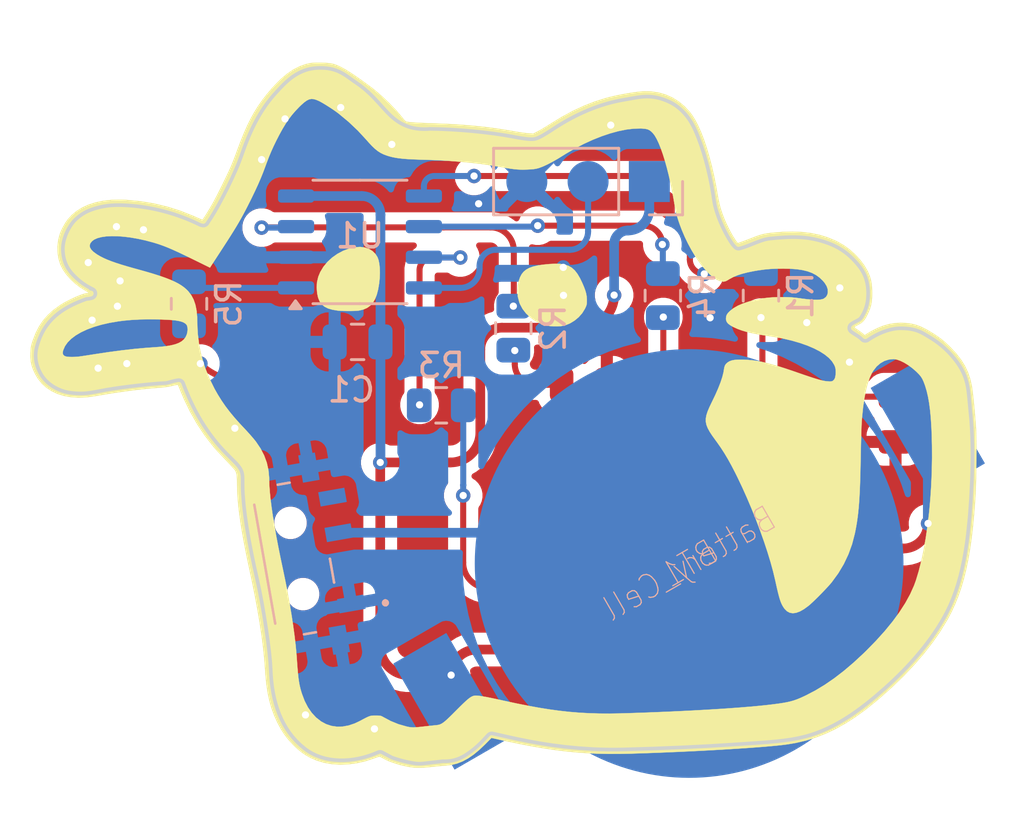
<source format=kicad_pcb>
(kicad_pcb (version 20241229) (generator "pcbnew") (generator_version "9.0")
  (layers (0 "F.Cu" signal) (2 "B.Cu" signal) (13 "F.Paste" user) (15 "B.Paste" user) (5 "F.SilkS" user "F.Silkscreen") (7 "B.SilkS" user "B.Silkscreen") (1 "F.Mask" user) (3 "B.Mask" user) (25 "Edge.Cuts" user))
  (net 0 "")
  (net 1 "Net-(BT1--)")
  (net 2 "+3.3V")
  (net 3 "GND")
  (net 4 "/PA1")
  (net 5 "/SWIO")
  (net 7 "Net-(D1-A)")
  (net 8 "Net-(D2-A)")
  (net 9 "Net-(D3-A)")
  (net 10 "Net-(D4-A)")
  (net 11 "Net-(D5-A)")
  (net 12 "/PC1")
  (net 13 "/PA2")
  (net 14 "/PC4")
  (net 15 "/PC2")
  (footprint "LED_SMD:LED_0805_2012Metric" (layer "F.Cu") (at 117.41 85.68 180)
    (property "Reference" "D3" (hide yes))
    (property "Value" "Yellow")
    (pad "1" smd roundrect (at -0.9375 0 180) (size 0.975 1.4) (layers "F.Cu" "F.Mask" "F.Paste") (net 3 "GND"))
    (pad "2" smd roundrect (at 0.9375 0 180) (size 0.975 1.4) (layers "F.Cu" "F.Mask" "F.Paste") (net 9 "Net-(D3-A)"))
  )
  (footprint "footprints:drawing" (layer "F.Cu") (at 114.06 86.94)
    (property "Reference" "Ref**" (hide yes))
    (property "Value" "Val**" (hide yes))
  )
  (footprint "LED_SMD:LED_0805_2012Metric" (layer "F.Cu") (at 104.18 85.49 180)
    (property "Reference" "D5" (hide yes))
    (property "Value" "Orange")
    (pad "1" smd roundrect (at -0.9375 0 180) (size 0.975 1.4) (layers "F.Cu" "F.Mask" "F.Paste") (net 3 "GND"))
    (pad "2" smd roundrect (at 0.9375 0 180) (size 0.975 1.4) (layers "F.Cu" "F.Mask" "F.Paste") (net 11 "Net-(D5-A)"))
  )
  (footprint "LED_SMD:LED_0805_2012Metric" (layer "F.Cu") (at 130.32 87.11 90)
    (property "Reference" "D2" (hide yes))
    (property "Value" "Green")
    (pad "1" smd roundrect (at -0.9375 0 90) (size 0.975 1.4) (layers "F.Cu" "F.Mask" "F.Paste") (net 3 "GND"))
    (pad "2" smd roundrect (at 0.9375 0 90) (size 0.975 1.4) (layers "F.Cu" "F.Mask" "F.Paste") (net 8 "Net-(D2-A)"))
  )
  (footprint "LED_SMD:LED_0805_2012Metric" (layer "F.Cu") (at 122.18 94.11 180)
    (property "Reference" "D4" (hide yes))
    (property "Value" "Red")
    (pad "1" smd roundrect (at -0.9375 0 180) (size 0.975 1.4) (layers "F.Cu" "F.Mask" "F.Paste") (net 3 "GND"))
    (pad "2" smd roundrect (at 0.9375 0 180) (size 0.975 1.4) (layers "F.Cu" "F.Mask" "F.Paste") (net 10 "Net-(D4-A)"))
  )
  (footprint "LED_SMD:LED_0805_2012Metric" (layer "F.Cu") (at 125.99 88.4575 90)
    (property "Reference" "D1" (hide yes))
    (property "Value" "Blue")
    (pad "1" smd roundrect (at -0.9375 0 90) (size 0.975 1.4) (layers "F.Cu" "F.Mask" "F.Paste") (net 3 "GND"))
    (pad "2" smd roundrect (at 0.9375 0 90) (size 0.975 1.4) (layers "F.Cu" "F.Mask" "F.Paste") (net 7 "Net-(D1-A)"))
  )
  (footprint "footprints:BAT-HLD-001" (layer "B.Cu") (at 121.76 93.09 -150)
    (property "Reference" "BT1" (at 0 0 30) (layer "B.SilkS") (effects (font (size 1 0.9) (thickness 0.05)) (justify mirror)))
    (property "Value" "Battery_Cell" (at 0 0 30) (layer "B.SilkS") (effects (font (size 1 0.9) (thickness 0.05)) (justify mirror)))
    (pad "1" smd circle (at 0 0 210) (size 17.78 17.78) (layers "B.Cu" "B.Mask" "B.Paste") (net 1 "Net-(BT1--)"))
    (pad "2" smd rect (at -11.430001 0.000001 210) (size 2.54 5.08) (layers "B.Cu" "B.Mask" "B.Paste") (net 2 "+3.3V"))
    (pad "2" smd rect (at 11.430001 -0.000001 210) (size 2.54 5.08) (layers "B.Cu" "B.Mask" "B.Paste") (net 2 "+3.3V"))
  )
  (footprint "Capacitor_SMD:C_0805_2012Metric" (layer "B.Cu") (at 108.01 83.9 180)
    (property "Reference" "C1" (at 0.261252 -1.99 0) (layer "B.SilkS") (effects (justify mirror)))
    (property "Value" "0.1uF")
    (pad "1" smd roundrect (at -0.95 0 180) (size 1 1.45) (layers "B.Cu" "B.Mask" "B.Paste") (net 2 "+3.3V"))
    (pad "2" smd roundrect (at 0.95 0 180) (size 1 1.45) (layers "B.Cu" "B.Mask" "B.Paste") (net 3 "GND"))
  )
  (footprint "Resistor_SMD:R_0805_2012Metric" (layer "B.Cu") (at 120.67 81.98 90)
    (property "Reference" "R4" (at 0 1.65 90) (layer "B.SilkS") (effects (justify mirror)))
    (property "Value" "330R")
    (pad "1" smd roundrect (at -0.9125 0 90) (size 1.025 1.4) (layers "B.Cu" "B.Mask" "B.Paste") (roundrect_rratio 0.243902) (net 7 "Net-(D1-A)"))
    (pad "2" smd roundrect (at 0.9125 0 90) (size 1.025 1.4) (layers "B.Cu" "B.Mask" "B.Paste") (roundrect_rratio 0.243902) (net 15 "/PC2"))
  )
  (footprint "Connector_PinHeader_2.54mm:PinHeader_1x03_P2.54mm_Vertical" (layer "B.Cu") (at 120.11 77.25 90)
    (property "Reference" "J1" (hide yes))
    (property "Value" "Conn_01x03_Socket")
    (pad "1" smd rect (at 0 0 90) (size 1.7 1.7) (layers "B.Cu" "B.Mask" "B.Paste") (net 2 "+3.3V"))
    (pad "2" smd circle (at 0 -2.54 90) (size 1.7 1.7) (layers "B.Cu" "B.Mask" "B.Paste") (net 5 "/SWIO"))
    (pad "3" smd circle (at 0 -5.08 90) (size 1.7 1.7) (layers "B.Cu" "B.Mask" "B.Paste") (net 3 "GND"))
  )
  (footprint "Resistor_SMD:R_0805_2012Metric" (layer "B.Cu") (at 124.74 81.98 90)
    (property "Reference" "R1" (at 0 1.65 90) (layer "B.SilkS") (effects (justify mirror)))
    (property "Value" "330R")
    (pad "1" smd roundrect (at -0.9125 0 90) (size 1.025 1.4) (layers "B.Cu" "B.Mask" "B.Paste") (roundrect_rratio 0.243902) (net 8 "Net-(D2-A)"))
    (pad "2" smd roundrect (at 0.9125 0 90) (size 1.025 1.4) (layers "B.Cu" "B.Mask" "B.Paste") (roundrect_rratio 0.243902) (net 12 "/PC1"))
  )
  (footprint "Resistor_SMD:R_0805_2012Metric" (layer "B.Cu") (at 114.47 83.33 90)
    (property "Reference" "R2" (at 0 1.65 90) (layer "B.SilkS") (effects (justify mirror)))
    (property "Value" "330R")
    (pad "1" smd roundrect (at -0.9125 0 90) (size 1.025 1.4) (layers "B.Cu" "B.Mask" "B.Paste") (roundrect_rratio 0.243902) (net 9 "Net-(D3-A)"))
    (pad "2" smd roundrect (at 0.9125 0 90) (size 1.025 1.4) (layers "B.Cu" "B.Mask" "B.Paste") (roundrect_rratio 0.243902) (net 13 "/PA2"))
  )
  (footprint "footprints:MSK12C02" (layer "B.Cu") (at 105.489527 92.882788 100)
    (property "Reference" "SW2" (hide yes))
    (property "Value" "On" (hide yes))
    (pad "" np_thru_hole circle (at -1.5 0.000001 100) (size 0.85 0.85) (drill 0.85) (layers "*.Cu" "*.Mask"))
    (pad "" np_thru_hole circle (at 1.5 -0.000001 100) (size 0.85 0.85) (drill 0.85) (layers "*.Cu" "*.Mask"))
    (pad "1" smd rect (at -2.25 1.9 100) (size 0.6 1.1) (layers "B.Cu" "B.Mask" "B.Paste") (net 3 "GND"))
    (pad "2" smd rect (at 0.75 1.899999 100) (size 0.6 1.1) (layers "B.Cu" "B.Mask" "B.Paste") (net 1 "Net-(BT1--)"))
    (pad "3" smd rect (at 2.25 1.900001 100) (size 0.6 1.1) (layers "B.Cu" "B.Mask" "B.Paste"))
    (pad "4" smd rect (at -3.625001 -1.15 10) (size 0.7 1.15) (layers "B.Cu" "B.Mask" "B.Paste") (net 3 "GND"))
    (pad "4" smd rect (at -3.625 1.149999 10) (size 0.7 1.15) (layers "B.Cu" "B.Mask" "B.Paste") (net 3 "GND"))
    (pad "4" smd rect (at 3.625 -1.149999 10) (size 0.7 1.15) (layers "B.Cu" "B.Mask" "B.Paste") (net 3 "GND"))
    (pad "4" smd rect (at 3.625001 1.15 10) (size 0.7 1.15) (layers "B.Cu" "B.Mask" "B.Paste") (net 3 "GND"))
  )
  (footprint "Resistor_SMD:R_0805_2012Metric" (layer "B.Cu") (at 111.48 86.53 180)
    (property "Reference" "R3" (at 0 1.65 0) (layer "B.SilkS") (effects (justify mirror)))
    (property "Value" "330R")
    (pad "1" smd roundrect (at -0.9125 0 180) (size 1.025 1.4) (layers "B.Cu" "B.Mask" "B.Paste") (roundrect_rratio 0.243902) (net 10 "Net-(D4-A)"))
    (pad "2" smd roundrect (at 0.9125 0 180) (size 1.025 1.4) (layers "B.Cu" "B.Mask" "B.Paste") (roundrect_rratio 0.243902) (net 14 "/PC4"))
  )
  (footprint "Package_SO:JEITA_SOIC-8_3.9x4.9mm_P1.27mm" (layer "B.Cu") (at 108.11 79.755)
    (property "Reference" "U1" (at 0 -0.255 0) (layer "B.SilkS") (effects (justify mirror)))
    (property "Value" "CH32V003JxMx")
    (pad "1" smd roundrect (at -2.65 1.905) (size 1.5 0.55) (layers "B.Cu" "B.Mask" "B.Paste") (net 4 "/PA1"))
    (pad "2" smd roundrect (at -2.65 0.635) (size 1.5 0.55) (layers "B.Cu" "B.Mask" "B.Paste") (net 3 "GND"))
    (pad "3" smd roundrect (at -2.65 -0.635) (size 1.5 0.55) (layers "B.Cu" "B.Mask" "B.Paste") (net 13 "/PA2"))
    (pad "4" smd roundrect (at -2.65 -1.905) (size 1.5 0.55) (layers "B.Cu" "B.Mask" "B.Paste") (net 2 "+3.3V"))
    (pad "5" smd roundrect (at 2.65 -1.905) (size 1.5 0.55) (layers "B.Cu" "B.Mask" "B.Paste") (net 12 "/PC1"))
    (pad "6" smd roundrect (at 2.65 -0.635) (size 1.5 0.55) (layers "B.Cu" "B.Mask" "B.Paste") (net 15 "/PC2"))
    (pad "7" smd roundrect (at 2.65 0.635) (size 1.5 0.55) (layers "B.Cu" "B.Mask" "B.Paste") (net 14 "/PC4"))
    (pad "8" smd roundrect (at 2.65 1.905) (size 1.5 0.55) (layers "B.Cu" "B.Mask" "B.Paste") (net 5 "/SWIO"))
  )
  (footprint "Resistor_SMD:R_0805_2012Metric" (layer "B.Cu") (at 101.02 82.32 90)
    (property "Reference" "R5" (at 0 1.65 90) (layer "B.SilkS") (effects (justify mirror)))
    (property "Value" "330R")
    (pad "1" smd roundrect (at -0.9125 0 90) (size 1.025 1.4) (layers "B.Cu" "B.Mask" "B.Paste") (roundrect_rratio 0.243902) (net 11 "Net-(D5-A)"))
    (pad "2" smd roundrect (at 0.9125 0 90) (size 1.025 1.4) (layers "B.Cu" "B.Mask" "B.Paste") (roundrect_rratio 0.243902) (net 4 "/PA1"))
  )
  (gr_poly (pts (xy 106.518737 72.537411) (xy 106.556882 72.53841) (xy 106.556834 72.53841) (xy 106.558259 72.538425) (xy 106.559684 72.53843) (xy 106.561109 72.538425) (xy 106.562534 72.53841) (xy 106.564634 72.53841) (xy 106.6286 72.541645) (xy 106.690319 72.546581) (xy 106.749884 72.553151) (xy 106.80739 72.561291) (xy 106.862933 72.570934) (xy 106.916606 72.582016) (xy 106.968507 72.594472) (xy 107.018728 72.608236) (xy 107.067365 72.623242) (xy 107.114513 72.639426) (xy 107.160266 72.656721) (xy 107.204721 72.675064) (xy 107.290111 72.714628) (xy 107.371443 72.757594) (xy 107.449475 72.803441) (xy 107.524968 72.851645) (xy 107.598679 72.901684) (xy 107.671369 72.953035) (xy 107.816721 73.057583) (xy 107.890902 73.109735) (xy 107.967098 73.161108) (xy 107.969198 73.163178) (xy 108.084182 73.244077) (xy 108.192609 73.32598) (xy 108.29502 73.408685) (xy 108.391959 73.491986) (xy 108.483969 73.575679) (xy 108.571595 73.659561) (xy 108.655379 73.743428) (xy 108.735865 73.827075) (xy 108.889115 73.992895) (xy 109.035693 74.15539) (xy 109.179946 74.312926) (xy 109.252559 74.389325) (xy 109.326221 74.463873) (xy 109.401911 74.536191) (xy 109.480269 74.605591) (xy 109.561633 74.671703) (xy 109.646343 74.734158) (xy 109.734737 74.792587) (xy 109.827153 74.846619) (xy 109.92393 74.895885) (xy 110.025408 74.940015) (xy 110.131923 74.978641) (xy 110.243815 75.011392) (xy 110.361423 75.037899) (xy 110.485085 75.057792) (xy 110.61514 75.070702) (xy 110.751927 75.076259) (xy 110.895783 75.074094) (xy 111.047048 75.063837) (xy 111.027408 75.065387) (xy 111.441685 75.07415) (xy 111.878553 75.093553) (xy 112.328853 75.122819) (xy 112.783428 75.161171) (xy 113.233118 75.207834) (xy 113.668767 75.262029) (xy 114.081216 75.322982) (xy 114.461307 75.389915) (xy 114.568008 75.410072) (xy 114.665747 75.427656) (xy 114.754999 75.442807) (xy 114.83624 75.455663) (xy 114.909946 75.466362) (xy 114.976592 75.475044) (xy 115.036655 75.481846) (xy 115.09061 75.486908) (xy 115.138932 75.490368) (xy 115.182098 75.492365) (xy 115.220583 75.493038) (xy 115.254862 75.492524) (xy 115.285413 75.490963) (xy 115.312709 75.488493) (xy 115.337228 75.485253) (xy 115.359445 75.481382) (xy 115.404055 75.470644) (xy 115.457178 75.453016) (xy 115.521933 75.42605) (xy 115.601442 75.387294) (xy 115.698825 75.3343) (xy 115.817202 75.264617) (xy 115.959694 75.175796) (xy 116.129423 75.065387) (xy 116.298755 74.955944) (xy 116.470774 74.850039) (xy 116.645345 74.747875) (xy 116.822335 74.649655) (xy 117.00161 74.555582) (xy 117.183038 74.46586) (xy 117.366485 74.38069) (xy 117.551817 74.300277) (xy 117.738901 74.224822) (xy 117.927604 74.154529) (xy 118.117793 74.089602) (xy 118.309333 74.030242) (xy 118.502092 73.976653) (xy 118.695937 73.929038) (xy 118.890734 73.8876) (xy 119.086349 73.852541) (xy 119.527244 73.774149) (xy 119.635169 73.757061) (xy 119.743387 73.742833) (xy 119.852506 73.732395) (xy 119.96313 73.726673) (xy 120.075867 73.726597) (xy 120.191324 73.733094) (xy 120.310105 73.747092) (xy 120.432819 73.76952) (xy 120.560071 73.801307) (xy 120.692468 73.843379) (xy 120.830616 73.896666) (xy 120.975122 73.962095) (xy 121.044405 73.997916) (xy 121.111841 74.037002) (xy 121.177332 74.079014) (xy 121.240785 74.123613) (xy 121.302105 74.17046) (xy 121.361196 74.219217) (xy 121.417964 74.269543) (xy 121.472314 74.321102) (xy 121.524151 74.373553) (xy 121.573379 74.426558) (xy 121.619904 74.479778) (xy 121.663631 74.532874) (xy 121.704466 74.585507) (xy 121.742312 74.637339) (xy 121.777075 74.68803) (xy 121.80866 74.737241) (xy 121.839008 74.787172) (xy 121.867577 74.836069) (xy 121.919916 74.931189) (xy 121.96676 75.023459) (xy 122.009192 75.113737) (xy 122.048294 75.20288) (xy 122.085148 75.291747) (xy 122.156444 75.47208) (xy 122.262403 75.760868) (xy 122.362134 76.067533) (xy 122.455059 76.388086) (xy 122.540594 76.718538) (xy 122.61816 77.054896) (xy 122.687175 77.393173) (xy 122.747059 77.729377) (xy 122.797231 78.059519) (xy 122.812775 78.153273) (xy 122.834115 78.253107) (xy 122.860886 78.358182) (xy 122.892723 78.467661) (xy 122.929262 78.580704) (xy 122.970138 78.696473) (xy 123.014987 78.81413) (xy 123.063444 78.932836) (xy 123.115144 79.051752) (xy 123.169723 79.17004) (xy 123.226817 79.286861) (xy 123.28606 79.401377) (xy 123.347088 79.512749) (xy 123.409536 79.620139) (xy 123.473041 79.722708) (xy 123.537237 79.819618) (xy 123.548277 79.835457) (xy 123.558417 79.849539) (xy 123.567752 79.862046) (xy 123.576375 79.87316) (xy 123.584382 79.88306) (xy 123.591865 79.891929) (xy 123.59892 79.899949) (xy 123.60564 79.907299) (xy 123.618455 79.92072) (xy 123.631063 79.933643) (xy 123.637526 79.94037) (xy 123.64422 79.947518) (xy 123.651239 79.955266) (xy 123.658677 79.963796) (xy 123.668166 79.974132) (xy 123.678271 79.983681) (xy 123.688944 79.992429) (xy 123.700139 80.00036) (xy 123.711806 80.007459) (xy 123.723897 80.013711) (xy 123.736366 80.019101) (xy 123.749162 80.023614) (xy 123.762239 80.027234) (xy 123.775549 80.029947) (xy 123.789043 80.031737) (xy 123.802674 80.03259) (xy 123.816393 80.03249) (xy 123.830152 80.031423) (xy 123.843903 80.029372) (xy 123.857599 80.026323) (xy 123.942815 80.00179) (xy 124.027253 79.974758) (xy 124.110886 79.945729) (xy 124.193689 79.915203) (xy 124.516094 79.788153) (xy 124.671656 79.728669) (xy 124.747937 79.701691) (xy 124.823186 79.677222) (xy 124.897375 79.655764) (xy 124.97048 79.637818) (xy 125.042476 79.623884) (xy 125.113336 79.614462) (xy 125.420138 79.585804) (xy 125.7206 79.564417) (xy 125.869339 79.557703) (xy 126.017555 79.554312) (xy 126.165603 79.554744) (xy 126.313835 79.559501) (xy 126.462607 79.569084) (xy 126.612272 79.583994) (xy 126.763184 79.604734) (xy 126.915698 79.631804) (xy 127.070167 79.665706) (xy 127.226945 79.706941) (xy 127.386387 79.756011) (xy 127.548847 79.813416) (xy 127.626663 79.843855) (xy 127.702471 79.875855) (xy 127.77634 79.909448) (xy 127.848341 79.944664) (xy 127.918543 79.981532) (xy 127.987018 80.020084) (xy 128.053835 80.060349) (xy 128.119064 80.102359) (xy 128.182777 80.146142) (xy 128.245043 80.19173) (xy 128.305932 80.239153) (xy 128.365515 80.288441) (xy 128.423863 80.339624) (xy 128.481045 80.392734) (xy 128.537131 80.447799) (xy 128.592193 80.50485) (xy 128.704054 80.627335) (xy 128.758592 80.691052) (xy 128.811655 80.757024) (xy 128.862831 80.825705) (xy 128.91171 80.897549) (xy 128.957883 80.973009) (xy 129.000937 81.052539) (xy 129.040464 81.136594) (xy 129.076052 81.225627) (xy 129.107291 81.320092) (xy 129.133771 81.420442) (xy 129.155081 81.527132) (xy 129.170811 81.640616) (xy 129.180549 81.761347) (xy 129.183887 81.889779) (xy 129.182026 81.989323) (xy 129.174961 82.098092) (xy 129.168781 82.155619) (xy 129.160466 82.215072) (xy 129.149736 82.276325) (xy 129.136314 82.33925) (xy 129.119921 82.403721) (xy 129.10028 82.469611) (xy 129.077112 82.536793) (xy 129.050139 82.605141) (xy 129.019083 82.674527) (xy 128.983665 82.744826) (xy 128.943607 82.815909) (xy 128.898631 82.88765) (xy 128.892101 82.897171) (xy 128.885402 82.906191) (xy 128.8785 82.914759) (xy 128.871357 82.922925) (xy 128.863939 82.930735) (xy 128.856209 82.938238) (xy 128.848133 82.945483) (xy 128.839673 82.952517) (xy 128.830796 82.95939) (xy 128.821464 82.966149) (xy 128.811642 82.972843) (xy 128.801295 82.97952) (xy 128.790387 82.986228) (xy 128.778881 82.993016) (xy 128.753936 83.007024) (xy 128.630031 83.070609) (xy 128.59437 83.090033) (xy 128.557388 83.111657) (xy 128.538487 83.123418) (xy 128.51936 83.135877) (xy 128.500041 83.149083) (xy 128.480564 83.163087) (xy 128.471404 83.170342) (xy 128.462745 83.178078) (xy 128.4546 83.186268) (xy 128.446981 83.194886) (xy 128.439903 83.203905) (xy 128.433377 83.213299) (xy 128.427417 83.223041) (xy 128.422037 83.233104) (xy 128.41725 83.243463) (xy 128.413069 83.25409) (xy 128.409506 83.264959) (xy 128.406576 83.276044) (xy 128.404292 83.287317) (xy 128.402666 83.298753) (xy 128.401712 83.310325) (xy 128.401443 83.322006) (xy 128.401867 83.333683) (xy 128.402975 83.345241) (xy 128.404752 83.356655) (xy 128.407187 83.367897) (xy 128.410263 83.378942) (xy 128.41397 83.389763) (xy 128.418292 83.400333) (xy 128.423216 83.410627) (xy 128.428729 83.420619) (xy 128.434818 83.430281) (xy 128.441468 83.439587) (xy 128.448666 83.448512) (xy 128.456399 83.457028) (xy 128.464652 83.465109) (xy 128.473414 83.47273) (xy 128.482669 83.479863) (xy 128.515657 83.503484) (xy 128.547941 83.525737) (xy 128.610357 83.566856) (xy 128.726306 83.640565) (xy 128.779679 83.676022) (xy 128.805181 83.694028) (xy 128.82988 83.712459) (xy 128.853765 83.731493) (xy 128.876828 83.75131) (xy 128.899057 83.772089) (xy 128.920444 83.794009) (xy 128.926761 83.800592) (xy 128.933317 83.806825) (xy 128.940099 83.812706) (xy 128.947093 83.818233) (xy 128.954286 83.823406) (xy 128.961666 83.828222) (xy 128.969219 83.832681) (xy 128.976933 83.83678) (xy 128.984793 83.840519) (xy 128.992788 83.843895) (xy 129.000905 83.846907) (xy 129.009129 83.849555) (xy 129.02585 83.853747) (xy 129.042847 83.85646) (xy 129.060016 83.857682) (xy 129.077252 83.8574) (xy 129.085863 83.856692) (xy 129.094451 83.855603) (xy 129.103005 83.854133) (xy 129.111509 83.852279) (xy 129.119953 83.850041) (xy 129.128322 83.847416) (xy 129.136603 83.844403) (xy 129.144784 83.841001) (xy 129.152852 83.837208) (xy 129.160793 83.833023) (xy 129.168594 83.828444) (xy 129.176242 83.823469) (xy 129.256003 83.769945) (xy 129.337695 83.71879) (xy 129.421041 83.670153) (xy 129.505758 83.624184) (xy 129.591569 83.581032) (xy 129.678192 83.540848) (xy 129.765349 83.503781) (xy 129.852759 83.46998) (xy 129.940143 83.439596) (xy 130.02722 83.412777) (xy 130.113711 83.389674) (xy 130.199336 83.370436) (xy 130.283815 83.355212) (xy 130.366869 83.344153) (xy 130.448217 83.337408) (xy 130.52758 83.335126) (xy 130.645798 83.33718) (xy 130.754797 83.343193) (xy 130.855363 83.352942) (xy 130.948287 83.366204) (xy 131.034357 83.382755) (xy 131.114361 83.402372) (xy 131.18909 83.424832) (xy 131.259331 83.449911) (xy 131.325874 83.477386) (xy 131.389507 83.507035) (xy 131.451019 83.538632) (xy 131.511199 83.571956) (xy 131.63072 83.64289) (xy 131.754379 83.718049) (xy 131.813482 83.754205) (xy 131.871818 83.791325) (xy 131.929415 83.82945) (xy 131.9863 83.868619) (xy 132.042501 83.908874) (xy 132.098047 83.950254) (xy 132.152965 83.992799) (xy 132.207282 84.03655) (xy 132.261028 84.081547) (xy 132.31423 84.127831) (xy 132.366915 84.175441) (xy 132.419113 84.224418) (xy 132.470849 84.274802) (xy 132.522154 84.326634) (xy 132.573053 84.379954) (xy 132.623576 84.434801) (xy 132.759039 84.592258) (xy 132.876139 84.744392) (xy 132.976366 84.892018) (xy 133.061212 85.035954) (xy 133.132169 85.177017) (xy 133.190727 85.316023) (xy 133.238379 85.453788) (xy 133.276615 85.591131) (xy 133.306926 85.728866) (xy 133.330804 85.867813) (xy 133.349741 86.008786) (xy 133.365228 86.152602) (xy 133.422496 86.772642) (xy 133.454167 87.099314) (xy 133.478648 87.437097) (xy 133.496189 87.784827) (xy 133.507044 88.141338) (xy 133.511465 88.505466) (xy 133.509704 88.876045) (xy 133.502014 89.251911) (xy 133.488647 89.631898) (xy 133.450368 90.394498) (xy 133.396549 91.146139) (xy 133.321631 91.881643) (xy 133.274523 92.241727) (xy 133.220055 92.595836) (xy 133.157534 92.943322) (xy 133.086263 93.283539) (xy 133.005549 93.61584) (xy 132.914695 93.939578) (xy 132.813008 94.254105) (xy 132.699793 94.558774) (xy 132.574354 94.852939) (xy 132.435996 95.135953) (xy 132.319779 95.34979) (xy 132.196082 95.561731) (xy 132.065253 95.771668) (xy 131.927638 95.97949) (xy 131.783585 96.185088) (xy 131.63344 96.388353) (xy 131.477552 96.589175) (xy 131.316267 96.787444) (xy 131.149933 96.983052) (xy 130.978896 97.175888) (xy 130.803504 97.365844) (xy 130.624103 97.552809) (xy 130.441042 97.736675) (xy 130.254666 97.917331) (xy 130.065324 98.094669) (xy 129.873363 98.268579) (xy 129.48523 98.605277) (xy 129.29032 98.766612) (xy 129.094565 98.922777) (xy 128.897749 99.073404) (xy 128.699659 99.218123) (xy 128.500082 99.356566) (xy 128.298805 99.488362) (xy 128.095613 99.613143) (xy 127.890293 99.730539) (xy 127.682631 99.840181) (xy 127.472415 99.941699) (xy 127.259429 100.034725) (xy 127.043462 100.118888) (xy 126.824299 100.193821) (xy 126.601726 100.259152) (xy 126.312693 100.328527) (xy 126.012515 100.384774) (xy 125.695814 100.430506) (xy 125.357215 100.46834) (xy 124.991342 100.50089) (xy 124.59282 100.530771) (xy 123.676324 100.592982) (xy 122.620534 100.658508) (xy 121.47722 100.71633) (xy 120.274227 100.764672) (xy 119.039399 100.801755) (xy 118.709399 100.806778) (xy 118.38641 100.805571) (xy 118.070614 100.798577) (xy 117.762197 100.786238) (xy 117.168235 100.747291) (xy 116.605996 100.692267) (xy 116.076955 100.624704) (xy 115.582585 100.548138) (xy 115.124358 100.466105) (xy 114.703748 100.382142) (xy 114.376872 100.312203) (xy 114.090899 100.24848) (xy 113.619577 100.141847) (xy 113.606776 100.139295) (xy 113.593936 100.137608) (xy 113.581096 100.136773) (xy 113.568295 100.13678) (xy 113.555573 100.137615) (xy 113.542968 100.139269) (xy 113.53052 100.141727) (xy 113.518267 100.14498) (xy 113.50625 100.149016) (xy 113.494506 100.153821) (xy 113.483076 100.159386) (xy 113.471998 100.165697) (xy 113.461311 100.172743) (xy 113.451055 100.180513) (xy 113.441269 100.188995) (xy 113.431991 100.198176) (xy 113.374265 100.260669) (xy 113.345345 100.291996) (xy 113.309001 100.330985) (xy 113.189411 100.457862) (xy 113.125761 100.523184) (xy 113.058009 100.589944) (xy 112.985005 100.658279) (xy 112.9056 100.728326) (xy 112.863138 100.764035) (xy 112.818645 100.800222) (xy 112.771976 100.836907) (xy 112.722989 100.874104) (xy 112.625345 100.945906) (xy 112.51694 101.020138) (xy 112.458214 101.056912) (xy 112.396212 101.092791) (xy 112.330738 101.127275) (xy 112.261598 101.159861) (xy 112.188595 101.19005) (xy 112.111535 101.21734) (xy 112.030223 101.241231) (xy 111.944462 101.261222) (xy 111.854059 101.276812) (xy 111.758816 101.2875) (xy 111.65854 101.292785) (xy 111.553035 101.292167) (xy 111.55161 101.292152) (xy 111.550186 101.292147) (xy 111.548761 101.292152) (xy 111.547336 101.292167) (xy 111.545238 101.292165) (xy 111.542514 101.292295) (xy 111.539792 101.292464) (xy 111.537074 101.29267) (xy 111.534358 101.292914) (xy 111.531647 101.293196) (xy 111.528939 101.293515) (xy 111.526235 101.293872) (xy 111.523536 101.294267) (xy 110.734952 101.384187) (xy 110.733903 101.384184) (xy 110.732854 101.384187) (xy 110.687116 101.388808) (xy 110.641285 101.391901) (xy 110.595381 101.393457) (xy 110.549423 101.393472) (xy 110.50343 101.391938) (xy 110.457422 101.38885) (xy 110.411417 101.384201) (xy 110.365436 101.377986) (xy 110.243784 101.357227) (xy 110.124077 101.333759) (xy 110.006195 101.307684) (xy 109.890016 101.279106) (xy 109.77542 101.248127) (xy 109.662284 101.214852) (xy 109.550488 101.179383) (xy 109.439911 101.141824) (xy 109.019783 100.919099) (xy 109.010258 100.915207) (xy 109.000589 100.911835) (xy 108.990798 100.908981) (xy 108.980905 100.906646) (xy 108.97093 100.90483) (xy 108.960893 100.903533) (xy 108.950816 100.902754) (xy 108.940718 100.902495) (xy 108.930621 100.902754) (xy 108.920543 100.903533) (xy 108.910507 100.90483) (xy 108.900532 100.906646) (xy 108.890639 100.908981) (xy 108.880847 100.911835) (xy 108.871178 100.915207) (xy 108.861653 100.919099) (xy 108.668394 100.998783) (xy 108.471502 101.068403) (xy 108.27182 101.127555) (xy 108.070196 101.175838) (xy 107.867475 101.212849) (xy 107.664503 101.238186) (xy 107.462126 101.251447) (xy 107.261189 101.252229) (xy 107.062539 101.24013) (xy 106.867021 101.214747) (xy 106.675481 101.175679) (xy 106.488766 101.122522) (xy 106.30772 101.054875) (xy 106.219587 101.015492) (xy 106.13319 100.972335) (xy 106.048632 100.925355) (xy 105.966021 100.874501) (xy 105.885462 100.819722) (xy 105.80706 100.760968) (xy 105.631737 100.612916) (xy 105.469773 100.455363) (xy 105.320814 100.28871) (xy 105.184504 100.113357) (xy 105.060491 99.929702) (xy 104.94842 99.738145) (xy 104.847938 99.539087) (xy 104.758689 99.332926) (xy 104.680319 99.120063) (xy 104.612476 98.900895) (xy 104.554805 98.675825) (xy 104.506951 98.44525) (xy 104.46856 98.20957) (xy 104.439279 97.969186) (xy 104.418753 97.724496) (xy 104.406629 97.4759) (xy 104.387345 97.168387) (xy 104.347746 96.7719) (xy 104.290492 96.307335) (xy 104.218243 95.79559) (xy 104.133659 95.257561) (xy 104.039401 94.714144) (xy 103.938129 94.186237) (xy 103.832503 93.694736) (xy 103.713987 93.162537) (xy 103.603408 92.631277) (xy 103.503189 92.1069) (xy 103.415755 91.595348) (xy 103.34353 91.102565) (xy 103.28894 90.634495) (xy 103.254407 90.19708) (xy 103.24542 89.991727) (xy 103.242358 89.796266) (xy 103.242921 89.622299) (xy 103.242664 89.584102) (xy 103.241973 89.547229) (xy 103.24071 89.511284) (xy 103.238737 89.475871) (xy 103.235641 89.440461) (xy 103.233527 89.422681) (xy 103.231016 89.404874) (xy 103.228092 89.387053) (xy 103.22474 89.369237) (xy 103.220945 89.351439) (xy 103.216691 89.333677) (xy 103.211964 89.315965) (xy 103.206747 89.298321) (xy 103.201026 89.280759) (xy 103.194786 89.263297) (xy 103.188011 89.245948) (xy 103.180685 89.228731) (xy 103.172795 89.21166) (xy 103.164323 89.194751) (xy 103.14606 89.161556) (xy 103.126241 89.129045) (xy 103.104719 89.096896) (xy 103.081348 89.064787) (xy 103.055984 89.032395) (xy 103.028479 88.999399) (xy 102.998689 88.965477) (xy 102.966467 88.930306) (xy 102.894143 88.854929) (xy 102.810341 88.770692) (xy 102.603634 88.565331) (xy 102.446832 88.403381) (xy 102.296444 88.237746) (xy 102.152314 88.068574) (xy 102.014287 87.896012) (xy 101.882208 87.720207) (xy 101.75592 87.541309) (xy 101.635269 87.359463) (xy 101.520099 87.174818) (xy 101.410254 86.987522) (xy 101.305579 86.797722) (xy 101.205918 86.605566) (xy 101.111117 86.411201) (xy 101.021019 86.214776) (xy 100.935469 86.016437) (xy 100.854311 85.816332) (xy 100.77739 85.61461) (xy 100.774271 85.606668) (xy 100.770839 85.598925) (xy 100.767103 85.591388) (xy 100.763074 85.584062) (xy 100.75417 85.570064) (xy 100.744201 85.556977) (xy 100.733242 85.544846) (xy 100.721368 85.533718) (xy 100.708652 85.523636) (xy 100.695169 85.514646) (xy 100.680994 85.506794) (xy 100.6662 85.500125) (xy 100.650862 85.494684) (xy 100.635055 85.490516) (xy 100.618852 85.487667) (xy 100.602329 85.486182) (xy 100.59397 85.485965) (xy 100.585559 85.486106) (xy 100.577105 85.486611) (xy 100.568618 85.487485) (xy 100.526357 85.493612) (xy 100.485246 85.50084) (xy 100.445286 85.50897) (xy 100.40648 85.517805) (xy 100.33234 85.5368) (xy 100.262845 85.556243) (xy 100.198014 85.574552) (xy 100.137866 85.590145) (xy 100.109555 85.596429) (xy 100.082422 85.60144) (xy 100.056469 85.604983) (xy 100.0317 85.606857) (xy 99.807964 85.619643) (xy 99.534956 85.641392) (xy 99.225959 85.670744) (xy 98.894254 85.706335) (xy 98.553125 85.746803) (xy 98.215853 85.790785) (xy 97.89572 85.836919) (xy 97.606008 85.883842) (xy 97.18923 85.961437) (xy 97.007106 85.993981) (xy 96.919094 86.00765) (xy 96.831775 86.019187) (xy 96.744145 86.028295) (xy 96.6552 86.034677) (xy 96.563934 86.038035) (xy 96.469342 86.038074) (xy 96.370421 86.034495) (xy 96.266165 86.027001) (xy 96.155569 86.015295) (xy 96.037629 85.999081) (xy 95.979213 85.988734) (xy 95.914353 85.974216) (xy 95.843964 85.955242) (xy 95.768961 85.931524) (xy 95.690261 85.902778) (xy 95.608778 85.868715) (xy 95.525429 85.829051) (xy 95.441129 85.783499) (xy 95.356793 85.731773) (xy 95.273337 85.673587) (xy 95.191677 85.608654) (xy 95.151806 85.573568) (xy 95.112728 85.536689) (xy 95.074556 85.497979) (xy 95.037405 85.457404) (xy 95.00139 85.414928) (xy 94.966625 85.370515) (xy 94.933224 85.324128) (xy 94.901303 85.275734) (xy 94.870974 85.225295) (xy 94.842353 85.172775) (xy 94.815096 85.118096) (xy 94.790373 85.064395) (xy 94.768093 85.011671) (xy 94.748163 84.959922) (xy 94.73049 84.909148) (xy 94.714982 84.859346) (xy 94.701546 84.810516) (xy 94.690089 84.762657) (xy 94.680518 84.715766) (xy 94.672742 84.669842) (xy 94.666667 84.624885) (xy 94.6622 84.580892) (xy 94.659249 84.537863) (xy 94.657721 84.495795) (xy 94.658565 84.414541) (xy 94.663989 84.337118) (xy 94.673252 84.263517) (xy 94.685614 84.193725) (xy 94.700332 84.127732) (xy 94.716664 84.065528) (xy 94.733871 84.007101) (xy 94.767939 83.901535) (xy 94.801582 83.805545) (xy 94.83792 83.713011) (xy 94.876867 83.623848) (xy 94.91834 83.537971) (xy 94.962253 83.455294) (xy 95.008524 83.375732) (xy 95.057066 83.299199) (xy 95.107796 83.225609) (xy 95.215482 83.086919) (xy 95.330905 82.958977) (xy 95.453391 82.8411) (xy 95.582264 82.732603) (xy 95.716849 82.632803) (xy 95.85647 82.541015) (xy 96.000451 82.456556) (xy 96.148118 82.378741) (xy 96.298795 82.306887) (xy 96.451807 82.24031) (xy 96.606478 82.178324) (xy 96.762132 82.120248) (xy 96.833261 82.114037) (xy 96.866937 82.109643) (xy 96.905735 82.103029) (xy 96.926862 82.098721) (xy 96.949038 82.093654) (xy 96.972185 82.087763) (xy 96.996227 82.080977) (xy 97.003923 82.078519) (xy 97.011462 82.075767) (xy 97.026047 82.069414) (xy 97.039936 82.061978) (xy 97.053084 82.053518) (xy 97.065447 82.044095) (xy 97.076981 82.033768) (xy 97.087639 82.022596) (xy 97.097377 82.01064) (xy 97.106151 81.997959) (xy 97.113915 81.984613) (xy 97.120624 81.970662) (xy 97.126235 81.956165) (xy 97.130701 81.941181) (xy 97.133978 81.925772) (xy 97.136022 81.909996) (xy 97.136567 81.901989) (xy 97.136786 81.893912) (xy 97.136786 81.891842) (xy 97.136683 81.884259) (xy 97.136291 81.876729) (xy 97.135616 81.869259) (xy 97.134661 81.861857) (xy 97.133431 81.854527) (xy 97.13193 81.847277) (xy 97.130164 81.840113) (xy 97.128135 81.833041) (xy 97.125849 81.826069) (xy 97.123309 81.819202) (xy 97.120521 81.812446) (xy 97.117489 81.805809) (xy 97.114216 81.799297) (xy 97.110708 81.792916) (xy 97.106968 81.786673) (xy 97.103002 81.780574) (xy 97.098813 81.774626) (xy 97.094405 81.768835) (xy 97.089784 81.763207) (xy 97.084954 81.75775) (xy 97.079918 81.752469) (xy 97.074682 81.747371) (xy 97.06925 81.742462) (xy 97.063626 81.737749) (xy 97.057814 81.733239) (xy 97.051819 81.728937) (xy 97.045645 81.724851) (xy 97.039296 81.720986) (xy 97.032778 81.71735) (xy 97.026094 81.713948) (xy 97.019249 81.710787) (xy 97.012272 81.707885) (xy 97.027749 81.716142) (xy 96.939899 81.694438) (xy 96.944536 81.694471) (xy 96.949167 81.694613) (xy 96.953789 81.694864) (xy 96.958401 81.695224) (xy 96.963001 81.695692) (xy 96.967586 81.696267) (xy 96.972156 81.69695) (xy 96.976707 81.69774) (xy 96.981239 81.698637) (xy 96.985749 81.69964) (xy 96.990235 81.70075) (xy 96.994696 81.701965) (xy 96.999129 81.703285) (xy 97.003533 81.70471) (xy 97.007906 81.70624) (xy 97.012246 81.707874) (xy 96.928355 81.663904) (xy 96.846221 81.618702) (xy 96.765232 81.571185) (xy 96.724974 81.546218) (xy 96.684772 81.520265) (xy 96.644549 81.493191) (xy 96.604229 81.46486) (xy 96.563734 81.435135) (xy 96.522988 81.403883) (xy 96.481914 81.370965) (xy 96.440435 81.336249) (xy 96.398474 81.299596) (xy 96.355956 81.260873) (xy 96.26267 81.171536) (xy 96.214435 81.122085) (xy 96.165954 81.069021) (xy 96.117838 81.012026) (xy 96.070698 80.950781) (xy 96.025147 80.884968) (xy 95.981795 80.81427) (xy 95.941253 80.738367) (xy 95.904134 80.656942) (xy 95.871048 80.569675) (xy 95.842606 80.47625) (xy 95.819421 80.376347) (xy 95.802103 80.269649) (xy 95.791264 80.155836) (xy 95.787515 80.034592) (xy 95.790479 79.952149) (xy 95.799131 79.868123) (xy 95.813107 79.783042) (xy 95.832046 79.697435) (xy 95.855585 79.611828) (xy 95.883364 79.52675) (xy 95.915019 79.44273) (xy 95.950188 79.360294) (xy 95.98851 79.279971) (xy 96.029622 79.20229) (xy 96.073162 79.127777) (xy 96.118769 79.056962) (xy 96.166079 78.990371) (xy 96.214732 78.928533) (xy 96.264364 78.871977) (xy 96.314615 78.821229) (xy 96.36857 78.771924) (xy 96.422043 78.726317) (xy 96.475044 78.684208) (xy 96.527582 78.645399) (xy 96.579667 78.60969) (xy 96.631308 78.57688) (xy 96.682514 78.546772) (xy 96.733297 78.519165) (xy 96.783664 78.493859) (xy 96.833626 78.470656) (xy 96.883191 78.449355) (xy 96.932371 78.429758) (xy 96.981174 78.411664) (xy 97.02961 78.394874) (xy 97.125418 78.36441) (xy 97.218934 78.337576) (xy 97.310675 78.314135) (xy 97.40085 78.29391) (xy 97.489669 78.276725) (xy 97.577341 78.262404) (xy 97.664074 78.25077) (xy 97.750079 78.241648) (xy 97.835565 78.234862) (xy 97.92074 78.230234) (xy 98.005813 78.227589) (xy 98.176494 78.227542) (xy 98.349282 78.233311) (xy 98.525849 78.243487) (xy 98.703914 78.257562) (xy 98.88393 78.276261) (xy 99.065676 78.299628) (xy 99.248929 78.327707) (xy 99.433469 78.360541) (xy 99.619072 78.398175) (xy 99.805518 78.440652) (xy 99.992584 78.488015) (xy 100.18005 78.540309) (xy 100.367692 78.597577) (xy 100.555289 78.659863) (xy 100.74262 78.72721) (xy 100.929462 78.799662) (xy 101.115595 78.877264) (xy 101.300795 78.960058) (xy 101.484841 79.048089) (xy 101.492342 79.051147) (xy 101.499953 79.053889) (xy 101.507664 79.056315) (xy 101.515465 79.05842) (xy 101.523346 79.060203) (xy 101.531297 79.061661) (xy 101.539308 79.062791) (xy 101.547369 79.063592) (xy 101.555089 79.066122) (xy 101.562853 79.068319) (xy 101.570653 79.070185) (xy 101.578479 79.071724) (xy 101.586323 79.072938) (xy 101.594175 79.07383) (xy 101.602027 79.074403) (xy 101.609869 79.07466) (xy 101.617692 79.074603) (xy 101.625487 79.074236) (xy 101.633246 79.073561) (xy 101.640958 79.072581) (xy 101.648616 79.071299) (xy 101.65621 79.069717) (xy 101.66373 79.067839) (xy 101.671169 79.065668) (xy 101.678516 79.063206) (xy 101.685764 79.060456) (xy 101.692902 79.057421) (xy 101.699922 79.054104) (xy 101.706814 79.050507) (xy 101.713571 79.046633) (xy 101.720182 79.042486) (xy 101.726638 79.038068) (xy 101.732931 79.033382) (xy 101.739051 79.028431) (xy 101.74499 79.023217) (xy 101.750739 79.017744) (xy 101.756287 79.012014) (xy 101.761627 79.00603) (xy 101.766749 78.999795) (xy 101.771644 78.993312) (xy 101.920473 78.766969) (xy 102.08382 78.501799) (xy 102.26059 78.189815) (xy 102.443226 77.846681) (xy 102.624167 77.488064) (xy 102.795856 77.12963) (xy 102.950735 76.787045) (xy 103.081245 76.475975) (xy 103.179827 76.212087) (xy 103.312396 75.838893) (xy 103.38199 75.65605) (xy 103.454242 75.475775) (xy 103.529495 75.298117) (xy 103.608088 75.123125) (xy 103.690361 74.950848) (xy 103.776655 74.781335) (xy 103.867311 74.614634) (xy 103.962668 74.450796) (xy 104.063067 74.289867) (xy 104.168849 74.131898) (xy 104.280353 73.976938) (xy 104.397921 73.825035) (xy 104.521892 73.676238) (xy 104.652606 73.530597) (xy 104.776661 73.396892) (xy 104.837276 73.332447) (xy 104.898869 73.268701) (xy 104.962882 73.204974) (xy 105.030754 73.140587) (xy 105.103926 73.074861) (xy 105.14295 73.041283) (xy 105.183839 73.007115) (xy 105.272081 72.938102) (xy 105.321443 72.902443) (xy 105.374156 72.866508) (xy 105.430111 72.830666) (xy 105.4892 72.795287) (xy 105.551316 72.76074) (xy 105.61635 72.727395) (xy 105.684196 72.695621) (xy 105.754743 72.665787) (xy 105.827885 72.638264) (xy 105.903514 72.61342) (xy 105.981522 72.591625) (xy 106.0618 72.573249) (xy 106.144241 72.55866) (xy 106.228737 72.548229) (xy 106.272652 72.544405) (xy 106.315733 72.541429) (xy 106.357982 72.539248) (xy 106.399404 72.537808) (xy 106.440001 72.537058) (xy 106.479778 72.536943)) (stroke (width 0.149999)) (fill no) (layer "Edge.Cuts"))
  (segment (start 107.230425 91.814251) (end 120.484251 91.814251) (width 0.4) (layer "B.Cu") (net 1))
  (arc (start 120.484251 91.814251) (mid 121.386342 92.187909) (end 121.76 93.09) (width 0.4) (layer "B.Cu") (net 1))
  (segment (start 130.63 92.47) (end 128.73 92.47) (width 0.4) (layer "F.Cu") (net 2))
  (segment (start 113.1 84.21) (end 113.1 87.66) (width 0.4) (layer "F.Cu") (net 2))
  (segment (start 127.86 93.34) (end 127.86 95.94) (width 0.4) (layer "F.Cu") (net 2))
  (segment (start 111.89 97.72) (end 110.14 97.72) (width 0.4) (layer "F.Cu") (net 2))
  (segment (start 117.3 83.31) (end 114 83.31) (width 0.4) (layer "F.Cu") (net 2))
  (segment (start 127.14 96.66) (end 112.95 96.66) (width 0.4) (layer "F.Cu") (net 2))
  (segment (start 108.95 96.53) (end 108.95 88.9) (width 0.4) (layer "F.Cu") (net 2))
  (segment (start 108.95 88.9) (end 111.86 88.9) (width 0.4) (layer "F.Cu") (net 2))
  (via (at 108.95 88.9) (size 0.6) (drill 0.3) (layers "F.Cu" "B.Cu") (net 2))
  (via (at 118.65 81.96) (size 0.6) (drill 0.3) (layers "F.Cu" "B.Cu") (net 2))
  (via (at 131.67 91.43) (size 0.6) (drill 0.3) (layers "F.Cu" "B.Cu") (net 2))
  (via (at 111.89 97.72) (size 0.6) (drill 0.3) (layers "F.Cu" "B.Cu") (net 2))
  (arc (start 131.67 91.43) (mid 131.365391 92.165391) (end 130.63 92.47) (width 0.4) (layer "F.Cu") (net 2))
  (arc (start 110.14 97.72) (mid 109.298543 97.371457) (end 108.95 96.53) (width 0.4) (layer "F.Cu") (net 2))
  (arc (start 118.65 81.96) (mid 118.254594 82.914594) (end 117.3 83.31) (width 0.4) (layer "F.Cu") (net 2))
  (arc (start 127.86 95.94) (mid 127.649117 96.449117) (end 127.14 96.66) (width 0.4) (layer "F.Cu") (net 2))
  (arc (start 114 83.31) (mid 113.363604 83.573604) (end 113.1 84.21) (width 0.4) (layer "F.Cu") (net 2))
  (arc (start 112.95 96.66) (mid 112.200467 96.970467) (end 111.89 97.72) (width 0.4) (layer "F.Cu") (net 2))
  (arc (start 128.73 92.47) (mid 128.114817 92.724817) (end 127.86 93.34) (width 0.4) (layer "F.Cu") (net 2))
  (arc (start 111.86 88.9) (mid 112.736812 88.536812) (end 113.1 87.66) (width 0.4) (layer "F.Cu") (net 2))
  (segment (start 108.96 83.9) (end 108.96 78.63) (width 0.4) (layer "B.Cu") (net 2))
  (segment (start 111.861329 98.805) (end 111.861329 97.748671) (width 0.4) (layer "B.Cu") (net 2))
  (segment (start 131.658671 87.375) (end 131.658671 91.418671) (width 0.4) (layer "B.Cu") (net 2))
  (segment (start 118.65 81.96) (end 118.65 79.85) (width 0.4) (layer "B.Cu") (net 2))
  (segment (start 108.18 77.85) (end 105.46 77.85) (width 0.4) (layer "B.Cu") (net 2))
  (segment (start 108.96 83.9) (end 108.96 88.89) (width 0.4) (layer "B.Cu") (net 2))
  (segment (start 120.11 78.39) (end 120.11 77.25) (width 0.4) (layer "B.Cu") (net 2))
  (arc (start 108.96 78.63) (mid 108.731543 78.078457) (end 108.18 77.85) (width 0.4) (layer "B.Cu") (net 2))
  (arc (start 118.65 79.85) (mid 118.816949 79.446949) (end 119.22 79.28) (width 0.4) (layer "B.Cu") (net 2))
  (arc (start 119.22 79.28) (mid 119.849325 79.019325) (end 120.11 78.39) (width 0.4) (layer "B.Cu") (net 2))
  (arc (start 131.658671 91.418671) (mid 131.661989 91.426682) (end 131.67 91.43) (width 0.4) (layer "B.Cu") (net 2))
  (arc (start 111.861329 97.748671) (mid 111.869727 97.728398) (end 111.89 97.72) (width 0.4) (layer "B.Cu") (net 2))
  (arc (start 108.96 88.89) (mid 108.957071 88.897071) (end 108.95 88.9) (width 0.4) (layer "B.Cu") (net 2))
  (via (at 98.01 79.12) (size 0.6) (drill 0.3) (layers "F.Cu" "B.Cu") (net 3))
  (via (at 98.05 82.42) (size 0.6) (drill 0.3) (layers "F.Cu" "B.Cu") (net 3))
  (via (at 128.41 84.74) (size 0.6) (drill 0.3) (layers "F.Cu" "B.Cu") (net 3))
  (via (at 98.16 81.37) (size 0.6) (drill 0.3) (layers "F.Cu" "B.Cu") (net 3))
  (via (at 116.54 80.81) (size 0.6) (drill 0.3) (layers "F.Cu" "B.Cu") (net 3))
  (via (at 105.85 99.37) (size 0.6) (drill 0.3) (layers "F.Cu" "B.Cu") (net 3))
  (via (at 128.01 81.66) (size 0.6) (drill 0.3) (layers "F.Cu" "B.Cu") (net 3))
  (via (at 108.71 99.95) (size 0.6) (drill 0.3) (layers "F.Cu" "B.Cu") (net 3))
  (via (at 122.63 82.9) (size 0.6) (drill 0.3) (layers "F.Cu" "B.Cu") (net 3))
  (via (at 113.03 78.17) (size 0.6) (drill 0.3) (layers "F.Cu" "B.Cu") (net 3))
  (via (at 116.55 81.97) (size 0.6) (drill 0.3) (layers "F.Cu" "B.Cu") (net 3))
  (via (at 99.13 79.25) (size 0.6) (drill 0.3) (layers "F.Cu" "B.Cu") (net 3))
  (via (at 98.44 84.8) (size 0.6) (drill 0.3) (layers "F.Cu" "B.Cu") (net 3))
  (via (at 97.25 84.99) (size 0.6) (drill 0.3) (layers "F.Cu" "B.Cu") (net 3))
  (via (at 109.43 75.71) (size 0.6) (drill 0.3) (layers "F.Cu" "B.Cu") (net 3))
  (via (at 97 83) (size 0.6) (drill 0.3) (layers "F.Cu" "B.Cu") (net 3))
  (via (at 107.31 74.18) (size 0.6) (drill 0.3) (layers "F.Cu" "B.Cu") (net 3))
  (via (at 104.03 76.34) (size 0.6) (drill 0.3) (layers "F.Cu" "B.Cu") (net 3))
  (via (at 105 74.65) (size 0.6) (drill 0.3) (layers "F.Cu" "B.Cu") (net 3))
  (via (at 126.64 83.1) (size 0.6) (drill 0.3) (layers "F.Cu" "B.Cu") (net 3))
  (via (at 102.92 87.48) (size 0.6) (drill 0.3) (layers "F.Cu" "B.Cu") (net 3))
  (via (at 118.51 74.91) (size 0.6) (drill 0.3) (layers "F.Cu" "B.Cu") (net 3))
  (via (at 96.84 80.61) (size 0.6) (drill 0.3) (layers "F.Cu" "B.Cu") (net 3))
  (segment (start 105.46 81.66) (end 101.2725 81.66) (width 0.25) (layer "B.Cu") (net 4))
  (arc (start 101.2725 81.66) (mid 101.093956 81.586044) (end 101.02 81.4075) (width 0.25) (layer "B.Cu") (net 4))
  (segment (start 112.266251 81.66) (end 110.76 81.66) (width 0.25) (layer "B.Cu") (net 5))
  (segment (start 116.807977 80.08) (end 113.739563 80.08) (width 0.25) (layer "B.Cu") (net 5))
  (segment (start 117.57 77.25) (end 117.57 79.317977) (width 0.25) (layer "B.Cu") (net 5))
  (segment (start 113.070713 80.74885) (end 113.070713 80.855538) (width 0.25) (layer "B.Cu") (net 5))
  (arc (start 113.739563 80.08) (mid 113.266615 80.275902) (end 113.070713 80.74885) (width 0.25) (layer "B.Cu") (net 5))
  (arc (start 117.57 79.317977) (mid 117.346809 79.856809) (end 116.807977 80.08) (width 0.25) (layer "B.Cu") (net 5))
  (arc (start 113.070713 80.855538) (mid 112.835092 81.424379) (end 112.266251 81.66) (width 0.25) (layer "B.Cu") (net 5))
  (segment (start 125.99 87.52) (end 121.51 87.52) (width 0.25) (layer "F.Cu") (net 7))
  (segment (start 120.69 86.7) (end 120.69 82.87) (width 0.25) (layer "F.Cu") (net 7))
  (via (at 120.69 82.87) (size 0.6) (drill 0.3) (layers "F.Cu" "B.Cu") (net 7))
  (arc (start 121.51 87.52) (mid 120.930172 87.279828) (end 120.69 86.7) (width 0.25) (layer "F.Cu") (net 7))
  (segment (start 120.67 82.8925) (end 120.67 82.89) (width 0.25) (layer "B.Cu") (net 7))
  (arc (start 120.67 82.89) (mid 120.675858 82.875858) (end 120.69 82.87) (width 0.25) (layer "B.Cu") (net 7))
  (segment (start 124.8 85.45) (end 124.8 82.9525) (width 0.25) (layer "F.Cu") (net 8))
  (segment (start 130.32 86.1725) (end 125.5225 86.1725) (width 0.25) (layer "F.Cu") (net 8))
  (via (at 124.74 82.8925) (size 0.6) (drill 0.3) (layers "F.Cu" "B.Cu") (net 8))
  (arc (start 124.8 82.9525) (mid 124.782426 82.910074) (end 124.74 82.8925) (width 0.25) (layer "F.Cu") (net 8))
  (arc (start 125.5225 86.1725) (mid 125.011615 85.960885) (end 124.8 85.45) (width 0.25) (layer "F.Cu") (net 8))
  (segment (start 116.17 85.3775) (end 116.17 85.1825) (width 0.25) (layer "F.Cu") (net 9))
  (segment (start 116.4725 85.68) (end 115.39 85.68) (width 0.25) (layer "F.Cu") (net 9))
  (segment (start 114.53 84.82) (end 114.53 84.26) (width 0.25) (layer "F.Cu") (net 9))
  (via (at 114.53 84.26) (size 0.6) (drill 0.3) (layers "F.Cu" "B.Cu") (net 9))
  (arc (start 116.4725 85.68) (mid 116.2586 85.5914) (end 116.17 85.3775) (width 0.25) (layer "F.Cu") (net 9))
  (arc (start 115.39 85.68) (mid 114.781888 85.428112) (end 114.53 84.82) (width 0.25) (layer "F.Cu") (net 9))
  (segment (start 121.2425 94.11) (end 113.446676 94.11) (width 0.25) (layer "F.Cu") (net 10))
  (segment (start 112.39 93.053324) (end 112.39 90.27) (width 0.25) (layer "F.Cu") (net 10))
  (via (at 112.39 90.27) (size 0.6) (drill 0.3) (layers "F.Cu" "B.Cu") (net 10))
  (arc (start 113.446676 94.11) (mid 112.699493 93.800507) (end 112.39 93.053324) (width 0.25) (layer "F.Cu") (net 10))
  (segment (start 112.390398 89.840524) (end 112.39 89.840922) (width 0.25) (layer "B.Cu") (net 10))
  (segment (start 112.3925 86.53) (end 112.3925 89.8375) (width 0.25) (layer "B.Cu") (net 10))
  (segment (start 112.3925 89.8375) (end 112.390398 89.840524) (width 0.25) (layer "B.Cu") (net 10))
  (segment (start 112.39 89.840922) (end 112.39 90.27) (width 0.25) (layer "B.Cu") (net 10))
  (segment (start 103.2425 85.49) (end 103.155807 85.49) (width 0.25) (layer "F.Cu") (net 11))
  (via (at 101.49 84.8) (size 0.6) (drill 0.3) (layers "F.Cu" "B.Cu") (net 11))
  (arc (start 103.155807 85.49) (mid 102.254279 85.310675) (end 101.49 84.8) (width 0.25) (layer "F.Cu") (net 11))
  (segment (start 101.02 83.2325) (end 101.02 83.66532) (width 0.25) (layer "B.Cu") (net 11))
  (arc (start 101.02 83.66532) (mid 101.142149 84.279404) (end 101.49 84.8) (width 0.25) (layer "B.Cu") (net 11))
  (segment (start 121.79 80.48) (end 121.79 78) (width 0.25) (layer "F.Cu") (net 12))
  (segment (start 120.81 77.02) (end 112.84 77.02) (width 0.25) (layer "F.Cu") (net 12))
  (via (at 112.84 77.02) (size 0.6) (drill 0.3) (layers "F.Cu" "B.Cu") (net 12))
  (via (at 122.39 81.08) (size 0.6) (drill 0.3) (layers "F.Cu" "B.Cu") (net 12))
  (arc (start 122.39 81.08) (mid 121.965736 80.904264) (end 121.79 80.48) (width 0.25) (layer "F.Cu") (net 12))
  (arc (start 121.79 78) (mid 121.502965 77.307035) (end 120.81 77.02) (width 0.25) (layer "F.Cu") (net 12))
  (segment (start 122.39 81.08) (end 124.7275 81.08) (width 0.25) (layer "B.Cu") (net 12))
  (segment (start 110.76 77.85) (end 110.76 77.452465) (width 0.25) (layer "B.Cu") (net 12))
  (segment (start 112.84 77.02) (end 111.192465 77.02) (width 0.25) (layer "B.Cu") (net 12))
  (arc (start 111.192465 77.02) (mid 110.886666 77.146666) (end 110.76 77.452465) (width 0.25) (layer "B.Cu") (net 12))
  (arc (start 124.7275 81.08) (mid 124.736339 81.076339) (end 124.74 81.0675) (width 0.25) (layer "B.Cu") (net 12))
  (segment (start 114.489998 82.397502) (end 114.489998 80.113147) (width 0.25) (layer "F.Cu") (net 13))
  (segment (start 114.47 82.4175) (end 114.489998 82.397502) (width 0.25) (layer "F.Cu") (net 13))
  (segment (start 111.58 79.15) (end 104.04 79.15) (width 0.25) (layer "F.Cu") (net 13))
  (segment (start 113.526851 79.15) (end 111.58 79.15) (width 0.25) (layer "F.Cu") (net 13))
  (via (at 104.03 79.16) (size 0.6) (drill 0.3) (layers "F.Cu" "B.Cu") (net 13))
  (via (at 114.47 82.4175) (size 0.6) (drill 0.3) (layers "F.Cu" "B.Cu") (net 13))
  (arc (start 104.04 79.15) (mid 104.032929 79.152929) (end 104.03 79.16) (width 0.25) (layer "F.Cu") (net 13))
  (arc (start 114.489998 80.113147) (mid 114.207899 79.432099) (end 113.526851 79.15) (width 0.25) (layer "F.Cu") (net 13))
  (segment (start 104.03 79.16) (end 105.42 79.16) (width 0.25) (layer "B.Cu") (net 13))
  (arc (start 105.42 79.16) (mid 105.448284 79.148284) (end 105.46 79.12) (width 0.25) (layer "B.Cu") (net 13))
  (segment (start 110.58 80.93) (end 110.58 86.51) (width 0.25) (layer "F.Cu") (net 14))
  (segment (start 112.27 80.4) (end 111.11 80.4) (width 0.25) (layer "F.Cu") (net 14))
  (via (at 110.58 86.51) (size 0.6) (drill 0.3) (layers "F.Cu" "B.Cu") (net 14))
  (via (at 112.27 80.4) (size 0.6) (drill 0.3) (layers "F.Cu" "B.Cu") (net 14))
  (arc (start 111.11 80.4) (mid 110.735233 80.555233) (end 110.58 80.93) (width 0.25) (layer "F.Cu") (net 14))
  (segment (start 110.5675 86.53) (end 110.5675 86.5225) (width 0.25) (layer "B.Cu") (net 14))
  (segment (start 112.27 80.4) (end 110.77 80.4) (width 0.25) (layer "B.Cu") (net 14))
  (arc (start 110.77 80.4) (mid 110.762929 80.397071) (end 110.76 80.39) (width 0.25) (layer "B.Cu") (net 14))
  (arc (start 110.5675 86.5225) (mid 110.571161 86.513661) (end 110.58 86.51) (width 0.25) (layer "B.Cu") (net 14))
  (segment (start 115.48 79.08) (end 119.87 79.08) (width 0.25) (layer "F.Cu") (net 15))
  (via (at 120.65 79.86) (size 0.6) (drill 0.3) (layers "F.Cu" "B.Cu") (net 15))
  (via (at 115.48 79.08) (size 0.6) (drill 0.3) (layers "F.Cu" "B.Cu") (net 15))
  (arc (start 119.87 79.08) (mid 120.421543 79.308457) (end 120.65 79.86) (width 0.25) (layer "F.Cu") (net 15))
  (segment (start 115.44 79.12) (end 115.48 79.08) (width 0.25) (layer "B.Cu") (net 15))
  (segment (start 110.76 79.12) (end 115.44 79.12) (width 0.25) (layer "B.Cu") (net 15))
  (segment (start 120.67 81.0675) (end 120.67 79.88) (width 0.25) (layer "B.Cu") (net 15))
  (arc (start 120.67 79.88) (mid 120.664142 79.865858) (end 120.65 79.86) (width 0.25) (layer "B.Cu") (net 15))
  (zone (net 3) (net_name "GND") (layers "F.Cu" "B.Cu") (connect_pads (clearance 0.5)) (min_thickness 0.25) (fill yes (thermal_gap 0.5) (thermal_bridge_width 0.5))
    (polygon (pts (xy 93.18 71.23) (xy 134.96 71.23) (xy 135.66 103.62) (xy 93.28 103.83)))
  )
)
</source>
